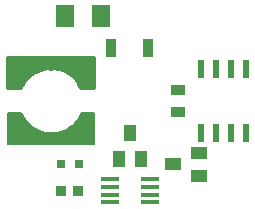
<source format=gtp>
G75*
%MOIN*%
%OFA0B0*%
%FSLAX25Y25*%
%IPPOS*%
%LPD*%
%AMOC8*
5,1,8,0,0,1.08239X$1,22.5*
%
%ADD10R,0.05118X0.03543*%
%ADD11R,0.02165X0.05906*%
%ADD12R,0.03937X0.05512*%
%ADD13R,0.05000X0.05000*%
%ADD14C,0.01200*%
%ADD15C,0.00160*%
%ADD16C,0.00500*%
%ADD17R,0.06299X0.07480*%
%ADD18R,0.03543X0.06299*%
%ADD19R,0.06299X0.01181*%
%ADD20R,0.03740X0.03740*%
%ADD21R,0.03150X0.03150*%
%ADD22R,0.05512X0.03937*%
D10*
X0062850Y0044110D03*
X0062850Y0051590D03*
D11*
X0070350Y0058480D03*
X0075350Y0058480D03*
X0080350Y0058480D03*
X0085350Y0058480D03*
X0085350Y0037220D03*
X0080350Y0037220D03*
X0075350Y0037220D03*
X0070350Y0037220D03*
D12*
X0050340Y0028519D03*
X0042860Y0028519D03*
X0046600Y0037181D03*
D13*
X0008539Y0036039D03*
X0008539Y0059661D03*
D14*
X0005980Y0059180D02*
X0034720Y0059180D01*
X0034720Y0057982D02*
X0025255Y0057982D01*
X0025471Y0057903D02*
X0024241Y0058349D01*
X0022956Y0058597D01*
X0021649Y0058641D01*
X0020350Y0058480D01*
X0019044Y0058688D01*
X0017721Y0058680D01*
X0016418Y0058454D01*
X0015169Y0058018D01*
X0014009Y0057383D01*
X0012969Y0056566D01*
X0012077Y0055589D01*
X0011357Y0054479D01*
X0010829Y0053267D01*
X0010507Y0051984D01*
X0005980Y0051984D01*
X0005980Y0062220D01*
X0034720Y0062220D01*
X0034720Y0051984D01*
X0030193Y0051984D01*
X0029830Y0053241D01*
X0029276Y0054426D01*
X0028542Y0055510D01*
X0027649Y0056466D01*
X0026617Y0057270D01*
X0025471Y0057903D01*
X0027242Y0056783D02*
X0034720Y0056783D01*
X0034720Y0055584D02*
X0028473Y0055584D01*
X0029295Y0054386D02*
X0034720Y0054386D01*
X0034720Y0053187D02*
X0029846Y0053187D01*
X0030191Y0051989D02*
X0034720Y0051989D01*
X0034720Y0060379D02*
X0005980Y0060379D01*
X0005980Y0061577D02*
X0034720Y0061577D01*
X0015103Y0057982D02*
X0005980Y0057982D01*
X0005980Y0056783D02*
X0013246Y0056783D01*
X0012074Y0055584D02*
X0005980Y0055584D01*
X0005980Y0054386D02*
X0011317Y0054386D01*
X0010809Y0053187D02*
X0005980Y0053187D01*
X0005980Y0051989D02*
X0010509Y0051989D01*
D15*
X0009246Y0043207D02*
X0010573Y0043765D01*
X0010678Y0043527D01*
X0010790Y0043292D01*
X0010906Y0043060D01*
X0011029Y0042831D01*
X0011157Y0042605D01*
X0011291Y0042382D01*
X0011430Y0042162D01*
X0011574Y0041946D01*
X0011724Y0041733D01*
X0011878Y0041524D01*
X0012038Y0041319D01*
X0012203Y0041118D01*
X0012372Y0040921D01*
X0012546Y0040728D01*
X0012725Y0040540D01*
X0012909Y0040356D01*
X0013097Y0040176D01*
X0013289Y0040001D01*
X0013486Y0039831D01*
X0013686Y0039666D01*
X0013891Y0039505D01*
X0014099Y0039350D01*
X0014311Y0039200D01*
X0014527Y0039054D01*
X0014746Y0038915D01*
X0014968Y0038780D01*
X0015194Y0038652D01*
X0015423Y0038528D01*
X0015655Y0038410D01*
X0015889Y0038298D01*
X0016126Y0038192D01*
X0016366Y0038092D01*
X0016608Y0037997D01*
X0016853Y0037908D01*
X0017099Y0037826D01*
X0017347Y0037749D01*
X0017598Y0037679D01*
X0017849Y0037614D01*
X0018103Y0037556D01*
X0018357Y0037504D01*
X0018613Y0037458D01*
X0018870Y0037418D01*
X0019128Y0037385D01*
X0019387Y0037358D01*
X0019646Y0037337D01*
X0019905Y0037323D01*
X0020165Y0037315D01*
X0020425Y0037313D01*
X0020685Y0037318D01*
X0020944Y0037329D01*
X0021204Y0037346D01*
X0021463Y0037370D01*
X0021721Y0037400D01*
X0021978Y0037436D01*
X0022235Y0037478D01*
X0022490Y0037527D01*
X0022744Y0037582D01*
X0022997Y0037643D01*
X0023248Y0037710D01*
X0023497Y0037784D01*
X0023745Y0037863D01*
X0023990Y0037949D01*
X0024233Y0038040D01*
X0024475Y0038137D01*
X0024713Y0038240D01*
X0024949Y0038349D01*
X0025182Y0038464D01*
X0025413Y0038584D01*
X0025640Y0038710D01*
X0025864Y0038842D01*
X0026085Y0038978D01*
X0026303Y0039121D01*
X0026517Y0039268D01*
X0026727Y0039421D01*
X0026934Y0039578D01*
X0027137Y0039741D01*
X0027335Y0039909D01*
X0027530Y0040081D01*
X0027720Y0040258D01*
X0027906Y0040440D01*
X0028088Y0040626D01*
X0028264Y0040817D01*
X0028437Y0041011D01*
X0028604Y0041210D01*
X0028766Y0041413D01*
X0028924Y0041620D01*
X0029076Y0041831D01*
X0029223Y0042045D01*
X0029365Y0042263D01*
X0029501Y0042484D01*
X0029633Y0042708D01*
X0029758Y0042936D01*
X0029878Y0043167D01*
X0029992Y0043400D01*
X0030101Y0043636D01*
X0030204Y0043875D01*
X0031537Y0043332D01*
X0031421Y0043060D01*
X0031298Y0042792D01*
X0031168Y0042527D01*
X0031032Y0042265D01*
X0030890Y0042006D01*
X0030741Y0041751D01*
X0030586Y0041499D01*
X0030425Y0041252D01*
X0030258Y0041008D01*
X0030085Y0040769D01*
X0029907Y0040534D01*
X0029722Y0040303D01*
X0029532Y0040077D01*
X0029337Y0039856D01*
X0029136Y0039639D01*
X0028930Y0039428D01*
X0028719Y0039221D01*
X0028503Y0039020D01*
X0028282Y0038824D01*
X0028057Y0038633D01*
X0027827Y0038448D01*
X0027592Y0038269D01*
X0027353Y0038096D01*
X0027110Y0037928D01*
X0026863Y0037766D01*
X0026612Y0037611D01*
X0026357Y0037461D01*
X0026099Y0037318D01*
X0025837Y0037181D01*
X0025572Y0037051D01*
X0025304Y0036927D01*
X0025033Y0036810D01*
X0024759Y0036699D01*
X0024483Y0036595D01*
X0024204Y0036498D01*
X0023923Y0036408D01*
X0023640Y0036325D01*
X0023355Y0036248D01*
X0023068Y0036179D01*
X0022779Y0036116D01*
X0022489Y0036061D01*
X0022198Y0036013D01*
X0021905Y0035971D01*
X0021612Y0035937D01*
X0021318Y0035911D01*
X0021023Y0035891D01*
X0020728Y0035878D01*
X0020433Y0035873D01*
X0020138Y0035875D01*
X0019843Y0035884D01*
X0019548Y0035901D01*
X0019253Y0035924D01*
X0018960Y0035955D01*
X0018667Y0035993D01*
X0018375Y0036038D01*
X0018084Y0036090D01*
X0017795Y0036149D01*
X0017507Y0036215D01*
X0017221Y0036289D01*
X0016937Y0036369D01*
X0016655Y0036456D01*
X0016375Y0036550D01*
X0016098Y0036651D01*
X0015823Y0036758D01*
X0015550Y0036872D01*
X0015281Y0036993D01*
X0015014Y0037121D01*
X0014751Y0037254D01*
X0014491Y0037395D01*
X0014235Y0037541D01*
X0013982Y0037694D01*
X0013733Y0037853D01*
X0013488Y0038018D01*
X0013248Y0038188D01*
X0013011Y0038365D01*
X0012779Y0038547D01*
X0012551Y0038735D01*
X0012328Y0038929D01*
X0012110Y0039128D01*
X0011896Y0039332D01*
X0011688Y0039541D01*
X0011485Y0039755D01*
X0011287Y0039975D01*
X0011095Y0040199D01*
X0010908Y0040427D01*
X0010726Y0040660D01*
X0010551Y0040898D01*
X0010381Y0041139D01*
X0010217Y0041385D01*
X0010060Y0041635D01*
X0009908Y0041888D01*
X0009763Y0042145D01*
X0009624Y0042406D01*
X0009491Y0042669D01*
X0009365Y0042936D01*
X0009245Y0043206D01*
X0009385Y0043265D01*
X0009503Y0042998D01*
X0009627Y0042735D01*
X0009758Y0042474D01*
X0009896Y0042217D01*
X0010039Y0041963D01*
X0010189Y0041713D01*
X0010344Y0041466D01*
X0010506Y0041224D01*
X0010674Y0040985D01*
X0010847Y0040751D01*
X0011026Y0040521D01*
X0011211Y0040295D01*
X0011401Y0040074D01*
X0011596Y0039857D01*
X0011797Y0039646D01*
X0012002Y0039439D01*
X0012213Y0039238D01*
X0012429Y0039041D01*
X0012649Y0038850D01*
X0012874Y0038665D01*
X0013103Y0038485D01*
X0013337Y0038310D01*
X0013575Y0038142D01*
X0013817Y0037979D01*
X0014062Y0037822D01*
X0014312Y0037671D01*
X0014565Y0037526D01*
X0014822Y0037388D01*
X0015082Y0037256D01*
X0015345Y0037130D01*
X0015611Y0037011D01*
X0015880Y0036898D01*
X0016151Y0036792D01*
X0016425Y0036692D01*
X0016702Y0036600D01*
X0016980Y0036514D01*
X0017261Y0036434D01*
X0017543Y0036362D01*
X0017827Y0036297D01*
X0018113Y0036238D01*
X0018400Y0036187D01*
X0018688Y0036142D01*
X0018977Y0036105D01*
X0019267Y0036075D01*
X0019558Y0036051D01*
X0019849Y0036035D01*
X0020141Y0036026D01*
X0020432Y0036024D01*
X0020724Y0036029D01*
X0021015Y0036042D01*
X0021306Y0036061D01*
X0021596Y0036088D01*
X0021886Y0036121D01*
X0022175Y0036162D01*
X0022462Y0036210D01*
X0022749Y0036264D01*
X0023034Y0036326D01*
X0023317Y0036394D01*
X0023599Y0036470D01*
X0023878Y0036552D01*
X0024156Y0036641D01*
X0024431Y0036737D01*
X0024704Y0036840D01*
X0024975Y0036949D01*
X0025242Y0037065D01*
X0025507Y0037187D01*
X0025768Y0037316D01*
X0026027Y0037451D01*
X0026282Y0037592D01*
X0026533Y0037740D01*
X0026781Y0037893D01*
X0027025Y0038053D01*
X0027265Y0038218D01*
X0027501Y0038390D01*
X0027733Y0038567D01*
X0027960Y0038749D01*
X0028183Y0038938D01*
X0028401Y0039131D01*
X0028614Y0039330D01*
X0028823Y0039534D01*
X0029026Y0039743D01*
X0029224Y0039956D01*
X0029417Y0040175D01*
X0029605Y0040398D01*
X0029787Y0040626D01*
X0029963Y0040858D01*
X0030134Y0041095D01*
X0030299Y0041335D01*
X0030458Y0041579D01*
X0030611Y0041828D01*
X0030758Y0042080D01*
X0030898Y0042335D01*
X0031033Y0042594D01*
X0031161Y0042856D01*
X0031282Y0043121D01*
X0031398Y0043389D01*
X0031258Y0043446D01*
X0031144Y0043181D01*
X0031024Y0042919D01*
X0030898Y0042661D01*
X0030765Y0042405D01*
X0030626Y0042153D01*
X0030481Y0041905D01*
X0030330Y0041660D01*
X0030173Y0041418D01*
X0030010Y0041181D01*
X0029842Y0040947D01*
X0029667Y0040718D01*
X0029488Y0040493D01*
X0029302Y0040273D01*
X0029112Y0040057D01*
X0028916Y0039846D01*
X0028715Y0039640D01*
X0028510Y0039439D01*
X0028299Y0039242D01*
X0028084Y0039051D01*
X0027864Y0038866D01*
X0027639Y0038685D01*
X0027411Y0038511D01*
X0027178Y0038341D01*
X0026941Y0038178D01*
X0026700Y0038020D01*
X0026455Y0037869D01*
X0026207Y0037723D01*
X0025955Y0037584D01*
X0025700Y0037450D01*
X0025442Y0037323D01*
X0025180Y0037203D01*
X0024916Y0037088D01*
X0024649Y0036981D01*
X0024380Y0036879D01*
X0024108Y0036785D01*
X0023834Y0036697D01*
X0023558Y0036615D01*
X0023279Y0036541D01*
X0023000Y0036473D01*
X0022718Y0036412D01*
X0022436Y0036358D01*
X0022152Y0036311D01*
X0021867Y0036271D01*
X0021581Y0036238D01*
X0021294Y0036212D01*
X0021007Y0036192D01*
X0020719Y0036180D01*
X0020431Y0036175D01*
X0020143Y0036177D01*
X0019856Y0036186D01*
X0019568Y0036202D01*
X0019281Y0036225D01*
X0018995Y0036255D01*
X0018710Y0036292D01*
X0018425Y0036336D01*
X0018142Y0036386D01*
X0017860Y0036444D01*
X0017579Y0036509D01*
X0017300Y0036580D01*
X0017023Y0036658D01*
X0016748Y0036743D01*
X0016475Y0036835D01*
X0016205Y0036933D01*
X0015937Y0037038D01*
X0015671Y0037149D01*
X0015408Y0037267D01*
X0015149Y0037391D01*
X0014892Y0037522D01*
X0014639Y0037658D01*
X0014389Y0037801D01*
X0014142Y0037950D01*
X0013900Y0038105D01*
X0013661Y0038265D01*
X0013426Y0038432D01*
X0013195Y0038604D01*
X0012969Y0038782D01*
X0012747Y0038965D01*
X0012529Y0039154D01*
X0012317Y0039348D01*
X0012109Y0039547D01*
X0011906Y0039751D01*
X0011707Y0039959D01*
X0011515Y0040173D01*
X0011327Y0040391D01*
X0011145Y0040614D01*
X0010968Y0040841D01*
X0010797Y0041073D01*
X0010631Y0041308D01*
X0010472Y0041548D01*
X0010318Y0041791D01*
X0010170Y0042038D01*
X0010028Y0042289D01*
X0009893Y0042543D01*
X0009763Y0042800D01*
X0009640Y0043060D01*
X0009524Y0043323D01*
X0009663Y0043382D01*
X0009778Y0043122D01*
X0009900Y0042865D01*
X0010027Y0042611D01*
X0010161Y0042361D01*
X0010301Y0042113D01*
X0010447Y0041870D01*
X0010599Y0041629D01*
X0010756Y0041393D01*
X0010920Y0041160D01*
X0011089Y0040932D01*
X0011263Y0040708D01*
X0011443Y0040488D01*
X0011628Y0040272D01*
X0011819Y0040061D01*
X0012014Y0039855D01*
X0012215Y0039654D01*
X0012420Y0039458D01*
X0012630Y0039266D01*
X0012845Y0039080D01*
X0013064Y0038899D01*
X0013288Y0038724D01*
X0013515Y0038554D01*
X0013747Y0038389D01*
X0013983Y0038231D01*
X0014223Y0038078D01*
X0014466Y0037931D01*
X0014712Y0037790D01*
X0014963Y0037655D01*
X0015216Y0037526D01*
X0015472Y0037404D01*
X0015732Y0037288D01*
X0015994Y0037178D01*
X0016258Y0037074D01*
X0016525Y0036977D01*
X0016795Y0036887D01*
X0017066Y0036803D01*
X0017340Y0036726D01*
X0017615Y0036655D01*
X0017892Y0036592D01*
X0018170Y0036535D01*
X0018450Y0036485D01*
X0018731Y0036441D01*
X0019013Y0036405D01*
X0019295Y0036375D01*
X0019579Y0036353D01*
X0019862Y0036337D01*
X0020146Y0036328D01*
X0020430Y0036326D01*
X0020715Y0036331D01*
X0020998Y0036343D01*
X0021282Y0036362D01*
X0021565Y0036388D01*
X0021847Y0036421D01*
X0022129Y0036460D01*
X0022409Y0036507D01*
X0022688Y0036560D01*
X0022966Y0036620D01*
X0023242Y0036687D01*
X0023516Y0036761D01*
X0023789Y0036841D01*
X0024060Y0036928D01*
X0024328Y0037021D01*
X0024594Y0037121D01*
X0024857Y0037228D01*
X0025118Y0037340D01*
X0025376Y0037459D01*
X0025631Y0037585D01*
X0025883Y0037716D01*
X0026132Y0037854D01*
X0026377Y0037998D01*
X0026618Y0038148D01*
X0026856Y0038303D01*
X0027090Y0038464D01*
X0027320Y0038631D01*
X0027546Y0038804D01*
X0027767Y0038982D01*
X0027984Y0039165D01*
X0028197Y0039354D01*
X0028405Y0039547D01*
X0028608Y0039746D01*
X0028806Y0039950D01*
X0029000Y0040158D01*
X0029188Y0040371D01*
X0029370Y0040589D01*
X0029548Y0040810D01*
X0029720Y0041037D01*
X0029886Y0041267D01*
X0030047Y0041501D01*
X0030202Y0041740D01*
X0030351Y0041981D01*
X0030494Y0042227D01*
X0030631Y0042476D01*
X0030762Y0042728D01*
X0030887Y0042983D01*
X0031006Y0043241D01*
X0031118Y0043503D01*
X0030978Y0043560D01*
X0030867Y0043302D01*
X0030750Y0043047D01*
X0030627Y0042795D01*
X0030498Y0042546D01*
X0030362Y0042301D01*
X0030221Y0042058D01*
X0030074Y0041820D01*
X0029921Y0041585D01*
X0029762Y0041353D01*
X0029598Y0041126D01*
X0029428Y0040903D01*
X0029253Y0040684D01*
X0029073Y0040469D01*
X0028887Y0040259D01*
X0028696Y0040053D01*
X0028501Y0039852D01*
X0028300Y0039656D01*
X0028095Y0039465D01*
X0027885Y0039279D01*
X0027671Y0039098D01*
X0027452Y0038922D01*
X0027229Y0038752D01*
X0027002Y0038587D01*
X0026771Y0038428D01*
X0026537Y0038275D01*
X0026298Y0038127D01*
X0026056Y0037985D01*
X0025811Y0037849D01*
X0025562Y0037719D01*
X0025311Y0037596D01*
X0025056Y0037478D01*
X0024799Y0037367D01*
X0024539Y0037262D01*
X0024276Y0037163D01*
X0024011Y0037071D01*
X0023744Y0036985D01*
X0023475Y0036906D01*
X0023204Y0036833D01*
X0022932Y0036767D01*
X0022658Y0036708D01*
X0022382Y0036655D01*
X0022106Y0036610D01*
X0021828Y0036570D01*
X0021549Y0036538D01*
X0021270Y0036513D01*
X0020990Y0036494D01*
X0020710Y0036482D01*
X0020430Y0036477D01*
X0020149Y0036479D01*
X0019869Y0036488D01*
X0019589Y0036503D01*
X0019309Y0036526D01*
X0019030Y0036555D01*
X0018752Y0036591D01*
X0018475Y0036633D01*
X0018199Y0036683D01*
X0017924Y0036739D01*
X0017651Y0036802D01*
X0017379Y0036872D01*
X0017109Y0036948D01*
X0016841Y0037031D01*
X0016575Y0037120D01*
X0016312Y0037215D01*
X0016051Y0037318D01*
X0015792Y0037426D01*
X0015536Y0037541D01*
X0015283Y0037662D01*
X0015033Y0037789D01*
X0014786Y0037922D01*
X0014543Y0038061D01*
X0014303Y0038206D01*
X0014066Y0038357D01*
X0013833Y0038513D01*
X0013605Y0038676D01*
X0013380Y0038843D01*
X0013159Y0039016D01*
X0012943Y0039195D01*
X0012731Y0039379D01*
X0012524Y0039567D01*
X0012321Y0039761D01*
X0012123Y0039960D01*
X0011930Y0040163D01*
X0011742Y0040372D01*
X0011559Y0040584D01*
X0011382Y0040801D01*
X0011209Y0041023D01*
X0011043Y0041248D01*
X0010881Y0041478D01*
X0010726Y0041711D01*
X0010576Y0041948D01*
X0010432Y0042189D01*
X0010294Y0042433D01*
X0010162Y0042680D01*
X0010036Y0042931D01*
X0009916Y0043184D01*
X0009802Y0043441D01*
X0009941Y0043499D01*
X0010054Y0043246D01*
X0010172Y0042996D01*
X0010296Y0042749D01*
X0010427Y0042505D01*
X0010563Y0042264D01*
X0010705Y0042026D01*
X0010853Y0041792D01*
X0011007Y0041562D01*
X0011166Y0041336D01*
X0011330Y0041113D01*
X0011500Y0040895D01*
X0011676Y0040681D01*
X0011856Y0040471D01*
X0012041Y0040265D01*
X0012232Y0040065D01*
X0012427Y0039869D01*
X0012627Y0039677D01*
X0012832Y0039491D01*
X0013041Y0039310D01*
X0013254Y0039134D01*
X0013472Y0038963D01*
X0013694Y0038797D01*
X0013920Y0038637D01*
X0014149Y0038483D01*
X0014383Y0038334D01*
X0014620Y0038191D01*
X0014860Y0038054D01*
X0015103Y0037922D01*
X0015350Y0037797D01*
X0015600Y0037678D01*
X0015852Y0037564D01*
X0016108Y0037457D01*
X0016365Y0037357D01*
X0016625Y0037262D01*
X0016888Y0037174D01*
X0017152Y0037093D01*
X0017419Y0037017D01*
X0017687Y0036949D01*
X0017956Y0036887D01*
X0018228Y0036831D01*
X0018500Y0036782D01*
X0018773Y0036740D01*
X0019048Y0036705D01*
X0019323Y0036676D01*
X0019599Y0036654D01*
X0019875Y0036639D01*
X0020152Y0036630D01*
X0020429Y0036628D01*
X0020705Y0036633D01*
X0020982Y0036645D01*
X0021258Y0036663D01*
X0021534Y0036688D01*
X0021809Y0036720D01*
X0022083Y0036759D01*
X0022356Y0036804D01*
X0022627Y0036856D01*
X0022898Y0036914D01*
X0023167Y0036980D01*
X0023434Y0037051D01*
X0023700Y0037129D01*
X0023963Y0037214D01*
X0024225Y0037305D01*
X0024484Y0037402D01*
X0024740Y0037506D01*
X0024994Y0037616D01*
X0025245Y0037732D01*
X0025494Y0037854D01*
X0025739Y0037982D01*
X0025981Y0038116D01*
X0026220Y0038256D01*
X0026455Y0038402D01*
X0026687Y0038553D01*
X0026915Y0038710D01*
X0027139Y0038873D01*
X0027359Y0039041D01*
X0027574Y0039214D01*
X0027786Y0039393D01*
X0027993Y0039576D01*
X0028195Y0039765D01*
X0028393Y0039958D01*
X0028586Y0040157D01*
X0028775Y0040359D01*
X0028958Y0040567D01*
X0029136Y0040779D01*
X0029309Y0040995D01*
X0029476Y0041215D01*
X0029638Y0041440D01*
X0029795Y0041668D01*
X0029946Y0041900D01*
X0030091Y0042135D01*
X0030231Y0042374D01*
X0030364Y0042617D01*
X0030492Y0042862D01*
X0030613Y0043111D01*
X0030729Y0043362D01*
X0030838Y0043616D01*
X0030698Y0043673D01*
X0030590Y0043423D01*
X0030476Y0043175D01*
X0030356Y0042929D01*
X0030231Y0042687D01*
X0030099Y0042448D01*
X0029961Y0042212D01*
X0029818Y0041980D01*
X0029669Y0041751D01*
X0029514Y0041526D01*
X0029354Y0041304D01*
X0029189Y0041087D01*
X0029019Y0040874D01*
X0028843Y0040665D01*
X0028662Y0040460D01*
X0028476Y0040260D01*
X0028286Y0040064D01*
X0028091Y0039874D01*
X0027891Y0039688D01*
X0027687Y0039506D01*
X0027478Y0039330D01*
X0027265Y0039159D01*
X0027048Y0038994D01*
X0026827Y0038833D01*
X0026602Y0038678D01*
X0026374Y0038529D01*
X0026142Y0038385D01*
X0025906Y0038247D01*
X0025667Y0038115D01*
X0025425Y0037988D01*
X0025180Y0037868D01*
X0024932Y0037753D01*
X0024682Y0037645D01*
X0024428Y0037543D01*
X0024173Y0037447D01*
X0023915Y0037357D01*
X0023655Y0037274D01*
X0023393Y0037196D01*
X0023129Y0037126D01*
X0022864Y0037062D01*
X0022597Y0037004D01*
X0022329Y0036953D01*
X0022060Y0036908D01*
X0021789Y0036870D01*
X0021518Y0036839D01*
X0021246Y0036814D01*
X0020974Y0036796D01*
X0020701Y0036784D01*
X0020428Y0036779D01*
X0020155Y0036781D01*
X0019882Y0036789D01*
X0019609Y0036805D01*
X0019337Y0036826D01*
X0019066Y0036855D01*
X0018795Y0036890D01*
X0018525Y0036931D01*
X0018256Y0036979D01*
X0017989Y0037034D01*
X0017723Y0037095D01*
X0017458Y0037163D01*
X0017195Y0037237D01*
X0016934Y0037318D01*
X0016676Y0037405D01*
X0016419Y0037498D01*
X0016165Y0037597D01*
X0015913Y0037703D01*
X0015664Y0037814D01*
X0015417Y0037932D01*
X0015174Y0038056D01*
X0014934Y0038185D01*
X0014696Y0038321D01*
X0014463Y0038462D01*
X0014233Y0038609D01*
X0014006Y0038761D01*
X0013783Y0038919D01*
X0013564Y0039082D01*
X0013350Y0039251D01*
X0013139Y0039425D01*
X0012933Y0039603D01*
X0012731Y0039787D01*
X0012533Y0039976D01*
X0012341Y0040169D01*
X0012153Y0040368D01*
X0011970Y0040570D01*
X0011792Y0040777D01*
X0011619Y0040988D01*
X0011451Y0041204D01*
X0011289Y0041423D01*
X0011132Y0041647D01*
X0010980Y0041874D01*
X0010834Y0042105D01*
X0010694Y0042339D01*
X0010559Y0042577D01*
X0010431Y0042817D01*
X0010308Y0043061D01*
X0010191Y0043308D01*
X0010081Y0043558D01*
X0010220Y0043616D01*
X0010329Y0043370D01*
X0010444Y0043127D01*
X0010565Y0042886D01*
X0010692Y0042648D01*
X0010825Y0042414D01*
X0010963Y0042183D01*
X0011107Y0041955D01*
X0011257Y0041731D01*
X0011412Y0041511D01*
X0011572Y0041294D01*
X0011737Y0041082D01*
X0011908Y0040874D01*
X0012084Y0040669D01*
X0012264Y0040470D01*
X0012449Y0040274D01*
X0012640Y0040083D01*
X0012834Y0039897D01*
X0013033Y0039716D01*
X0013237Y0039540D01*
X0013445Y0039368D01*
X0013657Y0039202D01*
X0013873Y0039041D01*
X0014092Y0038885D01*
X0014316Y0038735D01*
X0014543Y0038590D01*
X0014773Y0038451D01*
X0015007Y0038317D01*
X0015244Y0038189D01*
X0015484Y0038067D01*
X0015727Y0037951D01*
X0015973Y0037841D01*
X0016222Y0037737D01*
X0016472Y0037639D01*
X0016726Y0037547D01*
X0016981Y0037461D01*
X0017238Y0037382D01*
X0017498Y0037309D01*
X0017758Y0037242D01*
X0018021Y0037182D01*
X0018285Y0037128D01*
X0018550Y0037080D01*
X0018816Y0037039D01*
X0019083Y0037005D01*
X0019351Y0036977D01*
X0019620Y0036955D01*
X0019888Y0036940D01*
X0020158Y0036932D01*
X0020427Y0036930D01*
X0020696Y0036935D01*
X0020965Y0036946D01*
X0021234Y0036964D01*
X0021502Y0036989D01*
X0021770Y0037020D01*
X0022037Y0037057D01*
X0022302Y0037101D01*
X0022567Y0037152D01*
X0022830Y0037209D01*
X0023092Y0037272D01*
X0023352Y0037342D01*
X0023610Y0037418D01*
X0023867Y0037500D01*
X0024121Y0037589D01*
X0024373Y0037683D01*
X0024623Y0037784D01*
X0024870Y0037891D01*
X0025115Y0038004D01*
X0025357Y0038123D01*
X0025595Y0038248D01*
X0025831Y0038378D01*
X0026063Y0038514D01*
X0026292Y0038656D01*
X0026518Y0038803D01*
X0026739Y0038956D01*
X0026957Y0039114D01*
X0027171Y0039278D01*
X0027381Y0039446D01*
X0027587Y0039620D01*
X0027789Y0039799D01*
X0027986Y0039982D01*
X0028179Y0040171D01*
X0028366Y0040364D01*
X0028550Y0040561D01*
X0028728Y0040763D01*
X0028901Y0040969D01*
X0029070Y0041179D01*
X0029233Y0041394D01*
X0029390Y0041612D01*
X0029543Y0041834D01*
X0029690Y0042060D01*
X0029831Y0042289D01*
X0029967Y0042522D01*
X0030097Y0042757D01*
X0030221Y0042996D01*
X0030340Y0043238D01*
X0030452Y0043483D01*
X0030559Y0043730D01*
X0030419Y0043787D01*
X0030314Y0043543D01*
X0030203Y0043302D01*
X0030086Y0043064D01*
X0029963Y0042828D01*
X0029835Y0042595D01*
X0029701Y0042366D01*
X0029562Y0042140D01*
X0029417Y0041917D01*
X0029266Y0041698D01*
X0029111Y0041483D01*
X0028950Y0041272D01*
X0028784Y0041064D01*
X0028613Y0040861D01*
X0028437Y0040662D01*
X0028257Y0040467D01*
X0028071Y0040277D01*
X0027881Y0040091D01*
X0027687Y0039910D01*
X0027488Y0039734D01*
X0027285Y0039563D01*
X0027078Y0039396D01*
X0026867Y0039235D01*
X0026652Y0039079D01*
X0026433Y0038928D01*
X0026211Y0038783D01*
X0025985Y0038643D01*
X0025756Y0038509D01*
X0025523Y0038380D01*
X0025288Y0038257D01*
X0025049Y0038140D01*
X0024808Y0038029D01*
X0024565Y0037923D01*
X0024318Y0037824D01*
X0024070Y0037731D01*
X0023819Y0037643D01*
X0023566Y0037562D01*
X0023311Y0037487D01*
X0023054Y0037418D01*
X0022796Y0037356D01*
X0022537Y0037300D01*
X0022276Y0037250D01*
X0022014Y0037207D01*
X0021751Y0037170D01*
X0021487Y0037139D01*
X0021222Y0037115D01*
X0020957Y0037097D01*
X0020692Y0037086D01*
X0020426Y0037081D01*
X0020161Y0037083D01*
X0019895Y0037091D01*
X0019630Y0037106D01*
X0019365Y0037127D01*
X0019101Y0037155D01*
X0018837Y0037189D01*
X0018575Y0037229D01*
X0018313Y0037276D01*
X0018053Y0037329D01*
X0017794Y0037389D01*
X0017537Y0037455D01*
X0017281Y0037527D01*
X0017028Y0037605D01*
X0016776Y0037690D01*
X0016526Y0037780D01*
X0016279Y0037877D01*
X0016034Y0037980D01*
X0015791Y0038088D01*
X0015552Y0038203D01*
X0015315Y0038323D01*
X0015081Y0038449D01*
X0014850Y0038581D01*
X0014623Y0038718D01*
X0014399Y0038861D01*
X0014179Y0039009D01*
X0013962Y0039163D01*
X0013749Y0039321D01*
X0013540Y0039485D01*
X0013335Y0039654D01*
X0013134Y0039828D01*
X0012938Y0040007D01*
X0012746Y0040191D01*
X0012558Y0040379D01*
X0012375Y0040572D01*
X0012197Y0040769D01*
X0012024Y0040970D01*
X0011856Y0041176D01*
X0011693Y0041385D01*
X0011535Y0041599D01*
X0011382Y0041816D01*
X0011234Y0042037D01*
X0011092Y0042261D01*
X0010956Y0042489D01*
X0010825Y0042720D01*
X0010700Y0042955D01*
X0010580Y0043192D01*
X0010467Y0043432D01*
X0010359Y0043675D01*
X0010498Y0043733D01*
X0010604Y0043494D01*
X0010716Y0043257D01*
X0010834Y0043023D01*
X0010958Y0042792D01*
X0011087Y0042564D01*
X0011221Y0042340D01*
X0011362Y0042118D01*
X0011507Y0041900D01*
X0011658Y0041686D01*
X0011813Y0041476D01*
X0011974Y0041269D01*
X0012140Y0041066D01*
X0012311Y0040868D01*
X0012487Y0040674D01*
X0012667Y0040484D01*
X0012852Y0040298D01*
X0013041Y0040117D01*
X0013235Y0039941D01*
X0013433Y0039769D01*
X0013635Y0039603D01*
X0013841Y0039441D01*
X0014051Y0039284D01*
X0014265Y0039133D01*
X0014482Y0038987D01*
X0014703Y0038846D01*
X0014927Y0038711D01*
X0015155Y0038581D01*
X0015385Y0038457D01*
X0015619Y0038338D01*
X0015855Y0038225D01*
X0016094Y0038118D01*
X0016336Y0038017D01*
X0016580Y0037921D01*
X0016826Y0037832D01*
X0017074Y0037749D01*
X0017324Y0037671D01*
X0017576Y0037600D01*
X0017830Y0037535D01*
X0018085Y0037477D01*
X0018342Y0037424D01*
X0018600Y0037378D01*
X0018859Y0037338D01*
X0019119Y0037305D01*
X0019379Y0037277D01*
X0019640Y0037256D01*
X0019902Y0037242D01*
X0020163Y0037234D01*
X0020425Y0037232D01*
X0020687Y0037237D01*
X0020949Y0037248D01*
X0021210Y0037265D01*
X0021471Y0037289D01*
X0021731Y0037319D01*
X0021991Y0037356D01*
X0022249Y0037399D01*
X0022506Y0037448D01*
X0022762Y0037503D01*
X0023017Y0037565D01*
X0023270Y0037632D01*
X0023521Y0037706D01*
X0023771Y0037786D01*
X0024018Y0037872D01*
X0024263Y0037965D01*
X0024506Y0038063D01*
X0024746Y0038167D01*
X0024984Y0038276D01*
X0025219Y0038392D01*
X0025451Y0038513D01*
X0025681Y0038640D01*
X0025906Y0038772D01*
X0026129Y0038910D01*
X0026348Y0039054D01*
X0026564Y0039202D01*
X0026776Y0039356D01*
X0026984Y0039515D01*
X0027189Y0039679D01*
X0027389Y0039848D01*
X0027585Y0040021D01*
X0027776Y0040200D01*
X0027964Y0040383D01*
X0028147Y0040571D01*
X0028325Y0040763D01*
X0028498Y0040959D01*
X0028667Y0041159D01*
X0028830Y0041364D01*
X0028989Y0041572D01*
X0029142Y0041784D01*
X0029291Y0042000D01*
X0029434Y0042220D01*
X0029571Y0042443D01*
X0029703Y0042669D01*
X0029830Y0042898D01*
X0029951Y0043131D01*
X0030066Y0043366D01*
X0030175Y0043604D01*
X0030279Y0043844D01*
X0031454Y0052493D02*
X0030127Y0051935D01*
X0030022Y0052173D01*
X0029910Y0052408D01*
X0029794Y0052640D01*
X0029671Y0052869D01*
X0029543Y0053095D01*
X0029409Y0053318D01*
X0029270Y0053538D01*
X0029126Y0053754D01*
X0028976Y0053967D01*
X0028822Y0054176D01*
X0028662Y0054381D01*
X0028497Y0054582D01*
X0028328Y0054779D01*
X0028154Y0054972D01*
X0027975Y0055160D01*
X0027791Y0055344D01*
X0027603Y0055524D01*
X0027411Y0055699D01*
X0027214Y0055869D01*
X0027014Y0056034D01*
X0026809Y0056195D01*
X0026601Y0056350D01*
X0026389Y0056500D01*
X0026173Y0056646D01*
X0025954Y0056785D01*
X0025732Y0056920D01*
X0025506Y0057048D01*
X0025277Y0057172D01*
X0025045Y0057290D01*
X0024811Y0057402D01*
X0024574Y0057508D01*
X0024334Y0057608D01*
X0024092Y0057703D01*
X0023847Y0057792D01*
X0023601Y0057874D01*
X0023353Y0057951D01*
X0023102Y0058021D01*
X0022851Y0058086D01*
X0022597Y0058144D01*
X0022343Y0058196D01*
X0022087Y0058242D01*
X0021830Y0058282D01*
X0021572Y0058315D01*
X0021313Y0058342D01*
X0021054Y0058363D01*
X0020795Y0058377D01*
X0020535Y0058385D01*
X0020275Y0058387D01*
X0020015Y0058382D01*
X0019756Y0058371D01*
X0019496Y0058354D01*
X0019237Y0058330D01*
X0018979Y0058300D01*
X0018722Y0058264D01*
X0018465Y0058222D01*
X0018210Y0058173D01*
X0017956Y0058118D01*
X0017703Y0058057D01*
X0017452Y0057990D01*
X0017203Y0057916D01*
X0016955Y0057837D01*
X0016710Y0057751D01*
X0016467Y0057660D01*
X0016225Y0057563D01*
X0015987Y0057460D01*
X0015751Y0057351D01*
X0015518Y0057236D01*
X0015287Y0057116D01*
X0015060Y0056990D01*
X0014836Y0056858D01*
X0014615Y0056722D01*
X0014397Y0056579D01*
X0014183Y0056432D01*
X0013973Y0056279D01*
X0013766Y0056122D01*
X0013563Y0055959D01*
X0013365Y0055791D01*
X0013170Y0055619D01*
X0012980Y0055442D01*
X0012794Y0055260D01*
X0012612Y0055074D01*
X0012436Y0054883D01*
X0012263Y0054689D01*
X0012096Y0054490D01*
X0011934Y0054287D01*
X0011776Y0054080D01*
X0011624Y0053869D01*
X0011477Y0053655D01*
X0011335Y0053437D01*
X0011199Y0053216D01*
X0011067Y0052992D01*
X0010942Y0052764D01*
X0010822Y0052533D01*
X0010708Y0052300D01*
X0010599Y0052064D01*
X0010496Y0051825D01*
X0009163Y0052368D01*
X0009279Y0052640D01*
X0009402Y0052908D01*
X0009532Y0053173D01*
X0009668Y0053435D01*
X0009810Y0053694D01*
X0009959Y0053949D01*
X0010114Y0054201D01*
X0010275Y0054448D01*
X0010442Y0054692D01*
X0010615Y0054931D01*
X0010793Y0055166D01*
X0010978Y0055397D01*
X0011168Y0055623D01*
X0011363Y0055844D01*
X0011564Y0056061D01*
X0011770Y0056272D01*
X0011981Y0056479D01*
X0012197Y0056680D01*
X0012418Y0056876D01*
X0012643Y0057067D01*
X0012873Y0057252D01*
X0013108Y0057431D01*
X0013347Y0057604D01*
X0013590Y0057772D01*
X0013837Y0057934D01*
X0014088Y0058089D01*
X0014343Y0058239D01*
X0014601Y0058382D01*
X0014863Y0058519D01*
X0015128Y0058649D01*
X0015396Y0058773D01*
X0015667Y0058890D01*
X0015941Y0059001D01*
X0016217Y0059105D01*
X0016496Y0059202D01*
X0016777Y0059292D01*
X0017060Y0059375D01*
X0017345Y0059452D01*
X0017632Y0059521D01*
X0017921Y0059584D01*
X0018211Y0059639D01*
X0018502Y0059687D01*
X0018795Y0059729D01*
X0019088Y0059763D01*
X0019382Y0059789D01*
X0019677Y0059809D01*
X0019972Y0059822D01*
X0020267Y0059827D01*
X0020562Y0059825D01*
X0020857Y0059816D01*
X0021152Y0059799D01*
X0021447Y0059776D01*
X0021740Y0059745D01*
X0022033Y0059707D01*
X0022325Y0059662D01*
X0022616Y0059610D01*
X0022905Y0059551D01*
X0023193Y0059485D01*
X0023479Y0059411D01*
X0023763Y0059331D01*
X0024045Y0059244D01*
X0024325Y0059150D01*
X0024602Y0059049D01*
X0024877Y0058942D01*
X0025150Y0058828D01*
X0025419Y0058707D01*
X0025686Y0058579D01*
X0025949Y0058446D01*
X0026209Y0058305D01*
X0026465Y0058159D01*
X0026718Y0058006D01*
X0026967Y0057847D01*
X0027212Y0057682D01*
X0027452Y0057512D01*
X0027689Y0057335D01*
X0027921Y0057153D01*
X0028149Y0056965D01*
X0028372Y0056771D01*
X0028590Y0056572D01*
X0028804Y0056368D01*
X0029012Y0056159D01*
X0029215Y0055945D01*
X0029413Y0055725D01*
X0029605Y0055501D01*
X0029792Y0055273D01*
X0029974Y0055040D01*
X0030149Y0054802D01*
X0030319Y0054561D01*
X0030483Y0054315D01*
X0030640Y0054065D01*
X0030792Y0053812D01*
X0030937Y0053555D01*
X0031076Y0053294D01*
X0031209Y0053031D01*
X0031335Y0052764D01*
X0031455Y0052494D01*
X0031315Y0052435D01*
X0031197Y0052702D01*
X0031073Y0052965D01*
X0030942Y0053226D01*
X0030804Y0053483D01*
X0030661Y0053737D01*
X0030511Y0053987D01*
X0030356Y0054234D01*
X0030194Y0054476D01*
X0030026Y0054715D01*
X0029853Y0054949D01*
X0029674Y0055179D01*
X0029489Y0055405D01*
X0029299Y0055626D01*
X0029104Y0055843D01*
X0028903Y0056054D01*
X0028698Y0056261D01*
X0028487Y0056462D01*
X0028271Y0056659D01*
X0028051Y0056850D01*
X0027826Y0057035D01*
X0027597Y0057215D01*
X0027363Y0057390D01*
X0027125Y0057558D01*
X0026883Y0057721D01*
X0026638Y0057878D01*
X0026388Y0058029D01*
X0026135Y0058174D01*
X0025878Y0058312D01*
X0025618Y0058444D01*
X0025355Y0058570D01*
X0025089Y0058689D01*
X0024820Y0058802D01*
X0024549Y0058908D01*
X0024275Y0059008D01*
X0023998Y0059100D01*
X0023720Y0059186D01*
X0023439Y0059266D01*
X0023157Y0059338D01*
X0022873Y0059403D01*
X0022587Y0059462D01*
X0022300Y0059513D01*
X0022012Y0059558D01*
X0021723Y0059595D01*
X0021433Y0059625D01*
X0021142Y0059649D01*
X0020851Y0059665D01*
X0020559Y0059674D01*
X0020268Y0059676D01*
X0019976Y0059671D01*
X0019685Y0059658D01*
X0019394Y0059639D01*
X0019104Y0059612D01*
X0018814Y0059579D01*
X0018525Y0059538D01*
X0018238Y0059490D01*
X0017951Y0059436D01*
X0017666Y0059374D01*
X0017383Y0059306D01*
X0017101Y0059230D01*
X0016822Y0059148D01*
X0016544Y0059059D01*
X0016269Y0058963D01*
X0015996Y0058860D01*
X0015725Y0058751D01*
X0015458Y0058635D01*
X0015193Y0058513D01*
X0014932Y0058384D01*
X0014673Y0058249D01*
X0014418Y0058108D01*
X0014167Y0057960D01*
X0013919Y0057807D01*
X0013675Y0057647D01*
X0013435Y0057482D01*
X0013199Y0057310D01*
X0012967Y0057133D01*
X0012740Y0056951D01*
X0012517Y0056762D01*
X0012299Y0056569D01*
X0012086Y0056370D01*
X0011877Y0056166D01*
X0011674Y0055957D01*
X0011476Y0055744D01*
X0011283Y0055525D01*
X0011095Y0055302D01*
X0010913Y0055074D01*
X0010737Y0054842D01*
X0010566Y0054605D01*
X0010401Y0054365D01*
X0010242Y0054121D01*
X0010089Y0053872D01*
X0009942Y0053620D01*
X0009802Y0053365D01*
X0009667Y0053106D01*
X0009539Y0052844D01*
X0009418Y0052579D01*
X0009302Y0052311D01*
X0009442Y0052254D01*
X0009556Y0052519D01*
X0009676Y0052781D01*
X0009802Y0053039D01*
X0009935Y0053295D01*
X0010074Y0053547D01*
X0010219Y0053795D01*
X0010370Y0054040D01*
X0010527Y0054282D01*
X0010690Y0054519D01*
X0010858Y0054753D01*
X0011033Y0054982D01*
X0011212Y0055207D01*
X0011398Y0055427D01*
X0011588Y0055643D01*
X0011784Y0055854D01*
X0011985Y0056060D01*
X0012190Y0056261D01*
X0012401Y0056458D01*
X0012616Y0056649D01*
X0012836Y0056834D01*
X0013061Y0057015D01*
X0013289Y0057189D01*
X0013522Y0057359D01*
X0013759Y0057522D01*
X0014000Y0057680D01*
X0014245Y0057831D01*
X0014493Y0057977D01*
X0014745Y0058116D01*
X0015000Y0058250D01*
X0015258Y0058377D01*
X0015520Y0058497D01*
X0015784Y0058612D01*
X0016051Y0058719D01*
X0016320Y0058821D01*
X0016592Y0058915D01*
X0016866Y0059003D01*
X0017142Y0059085D01*
X0017421Y0059159D01*
X0017700Y0059227D01*
X0017982Y0059288D01*
X0018264Y0059342D01*
X0018548Y0059389D01*
X0018833Y0059429D01*
X0019119Y0059462D01*
X0019406Y0059488D01*
X0019693Y0059508D01*
X0019981Y0059520D01*
X0020269Y0059525D01*
X0020557Y0059523D01*
X0020844Y0059514D01*
X0021132Y0059498D01*
X0021419Y0059475D01*
X0021705Y0059445D01*
X0021990Y0059408D01*
X0022275Y0059364D01*
X0022558Y0059314D01*
X0022840Y0059256D01*
X0023121Y0059191D01*
X0023400Y0059120D01*
X0023677Y0059042D01*
X0023952Y0058957D01*
X0024225Y0058865D01*
X0024495Y0058767D01*
X0024763Y0058662D01*
X0025029Y0058551D01*
X0025292Y0058433D01*
X0025551Y0058309D01*
X0025808Y0058178D01*
X0026061Y0058042D01*
X0026311Y0057899D01*
X0026558Y0057750D01*
X0026800Y0057595D01*
X0027039Y0057435D01*
X0027274Y0057268D01*
X0027505Y0057096D01*
X0027731Y0056918D01*
X0027953Y0056735D01*
X0028171Y0056546D01*
X0028383Y0056352D01*
X0028591Y0056153D01*
X0028794Y0055949D01*
X0028993Y0055741D01*
X0029185Y0055527D01*
X0029373Y0055309D01*
X0029555Y0055086D01*
X0029732Y0054859D01*
X0029903Y0054627D01*
X0030069Y0054392D01*
X0030228Y0054152D01*
X0030382Y0053909D01*
X0030530Y0053662D01*
X0030672Y0053411D01*
X0030807Y0053157D01*
X0030937Y0052900D01*
X0031060Y0052640D01*
X0031176Y0052377D01*
X0031037Y0052318D01*
X0030922Y0052578D01*
X0030800Y0052835D01*
X0030673Y0053089D01*
X0030539Y0053339D01*
X0030399Y0053587D01*
X0030253Y0053830D01*
X0030101Y0054071D01*
X0029944Y0054307D01*
X0029780Y0054540D01*
X0029611Y0054768D01*
X0029437Y0054992D01*
X0029257Y0055212D01*
X0029072Y0055428D01*
X0028881Y0055639D01*
X0028686Y0055845D01*
X0028485Y0056046D01*
X0028280Y0056242D01*
X0028070Y0056434D01*
X0027855Y0056620D01*
X0027636Y0056801D01*
X0027412Y0056976D01*
X0027185Y0057146D01*
X0026953Y0057311D01*
X0026717Y0057469D01*
X0026477Y0057622D01*
X0026234Y0057769D01*
X0025988Y0057910D01*
X0025737Y0058045D01*
X0025484Y0058174D01*
X0025228Y0058296D01*
X0024968Y0058412D01*
X0024706Y0058522D01*
X0024442Y0058626D01*
X0024175Y0058723D01*
X0023905Y0058813D01*
X0023634Y0058897D01*
X0023360Y0058974D01*
X0023085Y0059045D01*
X0022808Y0059108D01*
X0022530Y0059165D01*
X0022250Y0059215D01*
X0021969Y0059259D01*
X0021687Y0059295D01*
X0021405Y0059325D01*
X0021121Y0059347D01*
X0020838Y0059363D01*
X0020554Y0059372D01*
X0020270Y0059374D01*
X0019985Y0059369D01*
X0019702Y0059357D01*
X0019418Y0059338D01*
X0019135Y0059312D01*
X0018853Y0059279D01*
X0018571Y0059240D01*
X0018291Y0059193D01*
X0018012Y0059140D01*
X0017734Y0059080D01*
X0017458Y0059013D01*
X0017184Y0058939D01*
X0016911Y0058859D01*
X0016640Y0058772D01*
X0016372Y0058679D01*
X0016106Y0058579D01*
X0015843Y0058472D01*
X0015582Y0058360D01*
X0015324Y0058241D01*
X0015069Y0058115D01*
X0014817Y0057984D01*
X0014568Y0057846D01*
X0014323Y0057702D01*
X0014082Y0057552D01*
X0013844Y0057397D01*
X0013610Y0057236D01*
X0013380Y0057069D01*
X0013154Y0056896D01*
X0012933Y0056718D01*
X0012716Y0056535D01*
X0012503Y0056346D01*
X0012295Y0056153D01*
X0012092Y0055954D01*
X0011894Y0055750D01*
X0011700Y0055542D01*
X0011512Y0055329D01*
X0011330Y0055111D01*
X0011152Y0054890D01*
X0010980Y0054663D01*
X0010814Y0054433D01*
X0010653Y0054199D01*
X0010498Y0053960D01*
X0010349Y0053719D01*
X0010206Y0053473D01*
X0010069Y0053224D01*
X0009938Y0052972D01*
X0009813Y0052717D01*
X0009694Y0052459D01*
X0009582Y0052197D01*
X0009722Y0052140D01*
X0009833Y0052398D01*
X0009950Y0052653D01*
X0010073Y0052905D01*
X0010202Y0053154D01*
X0010338Y0053399D01*
X0010479Y0053642D01*
X0010626Y0053880D01*
X0010779Y0054115D01*
X0010938Y0054347D01*
X0011102Y0054574D01*
X0011272Y0054797D01*
X0011447Y0055016D01*
X0011627Y0055231D01*
X0011813Y0055441D01*
X0012004Y0055647D01*
X0012199Y0055848D01*
X0012400Y0056044D01*
X0012605Y0056235D01*
X0012815Y0056421D01*
X0013029Y0056602D01*
X0013248Y0056778D01*
X0013471Y0056948D01*
X0013698Y0057113D01*
X0013929Y0057272D01*
X0014163Y0057425D01*
X0014402Y0057573D01*
X0014644Y0057715D01*
X0014889Y0057851D01*
X0015138Y0057981D01*
X0015389Y0058104D01*
X0015644Y0058222D01*
X0015901Y0058333D01*
X0016161Y0058438D01*
X0016424Y0058537D01*
X0016689Y0058629D01*
X0016956Y0058715D01*
X0017225Y0058794D01*
X0017496Y0058867D01*
X0017768Y0058933D01*
X0018042Y0058992D01*
X0018318Y0059045D01*
X0018594Y0059090D01*
X0018872Y0059130D01*
X0019151Y0059162D01*
X0019430Y0059187D01*
X0019710Y0059206D01*
X0019990Y0059218D01*
X0020270Y0059223D01*
X0020551Y0059221D01*
X0020831Y0059212D01*
X0021111Y0059197D01*
X0021391Y0059174D01*
X0021670Y0059145D01*
X0021948Y0059109D01*
X0022225Y0059067D01*
X0022501Y0059017D01*
X0022776Y0058961D01*
X0023049Y0058898D01*
X0023321Y0058828D01*
X0023591Y0058752D01*
X0023859Y0058669D01*
X0024125Y0058580D01*
X0024388Y0058485D01*
X0024649Y0058382D01*
X0024908Y0058274D01*
X0025164Y0058159D01*
X0025417Y0058038D01*
X0025667Y0057911D01*
X0025914Y0057778D01*
X0026157Y0057639D01*
X0026397Y0057494D01*
X0026634Y0057343D01*
X0026867Y0057187D01*
X0027095Y0057024D01*
X0027320Y0056857D01*
X0027541Y0056684D01*
X0027757Y0056505D01*
X0027969Y0056321D01*
X0028176Y0056133D01*
X0028379Y0055939D01*
X0028577Y0055740D01*
X0028770Y0055537D01*
X0028958Y0055328D01*
X0029141Y0055116D01*
X0029318Y0054899D01*
X0029491Y0054677D01*
X0029657Y0054452D01*
X0029819Y0054222D01*
X0029974Y0053989D01*
X0030124Y0053752D01*
X0030268Y0053511D01*
X0030406Y0053267D01*
X0030538Y0053020D01*
X0030664Y0052769D01*
X0030784Y0052516D01*
X0030898Y0052259D01*
X0030759Y0052201D01*
X0030646Y0052454D01*
X0030528Y0052704D01*
X0030404Y0052951D01*
X0030273Y0053195D01*
X0030137Y0053436D01*
X0029995Y0053674D01*
X0029847Y0053908D01*
X0029693Y0054138D01*
X0029534Y0054364D01*
X0029370Y0054587D01*
X0029200Y0054805D01*
X0029024Y0055019D01*
X0028844Y0055229D01*
X0028659Y0055435D01*
X0028468Y0055635D01*
X0028273Y0055831D01*
X0028073Y0056023D01*
X0027868Y0056209D01*
X0027659Y0056390D01*
X0027446Y0056566D01*
X0027228Y0056737D01*
X0027006Y0056903D01*
X0026780Y0057063D01*
X0026551Y0057217D01*
X0026317Y0057366D01*
X0026080Y0057509D01*
X0025840Y0057646D01*
X0025597Y0057778D01*
X0025350Y0057903D01*
X0025100Y0058022D01*
X0024848Y0058136D01*
X0024592Y0058243D01*
X0024335Y0058343D01*
X0024075Y0058438D01*
X0023812Y0058526D01*
X0023548Y0058607D01*
X0023281Y0058683D01*
X0023013Y0058751D01*
X0022744Y0058813D01*
X0022472Y0058869D01*
X0022200Y0058918D01*
X0021927Y0058960D01*
X0021652Y0058995D01*
X0021377Y0059024D01*
X0021101Y0059046D01*
X0020825Y0059061D01*
X0020548Y0059070D01*
X0020271Y0059072D01*
X0019995Y0059067D01*
X0019718Y0059055D01*
X0019442Y0059037D01*
X0019166Y0059012D01*
X0018891Y0058980D01*
X0018617Y0058941D01*
X0018344Y0058896D01*
X0018073Y0058844D01*
X0017802Y0058786D01*
X0017533Y0058720D01*
X0017266Y0058649D01*
X0017000Y0058571D01*
X0016737Y0058486D01*
X0016475Y0058395D01*
X0016216Y0058298D01*
X0015960Y0058194D01*
X0015706Y0058084D01*
X0015455Y0057968D01*
X0015206Y0057846D01*
X0014961Y0057718D01*
X0014719Y0057584D01*
X0014480Y0057444D01*
X0014245Y0057298D01*
X0014013Y0057147D01*
X0013785Y0056990D01*
X0013561Y0056827D01*
X0013341Y0056659D01*
X0013126Y0056486D01*
X0012914Y0056307D01*
X0012707Y0056124D01*
X0012505Y0055935D01*
X0012307Y0055742D01*
X0012114Y0055543D01*
X0011925Y0055341D01*
X0011742Y0055133D01*
X0011564Y0054921D01*
X0011391Y0054705D01*
X0011224Y0054485D01*
X0011062Y0054260D01*
X0010905Y0054032D01*
X0010754Y0053800D01*
X0010609Y0053565D01*
X0010469Y0053326D01*
X0010336Y0053083D01*
X0010208Y0052838D01*
X0010087Y0052589D01*
X0009971Y0052338D01*
X0009862Y0052084D01*
X0010002Y0052027D01*
X0010110Y0052277D01*
X0010224Y0052525D01*
X0010344Y0052771D01*
X0010469Y0053013D01*
X0010601Y0053252D01*
X0010739Y0053488D01*
X0010882Y0053720D01*
X0011031Y0053949D01*
X0011186Y0054174D01*
X0011346Y0054396D01*
X0011511Y0054613D01*
X0011681Y0054826D01*
X0011857Y0055035D01*
X0012038Y0055240D01*
X0012224Y0055440D01*
X0012414Y0055636D01*
X0012609Y0055826D01*
X0012809Y0056012D01*
X0013013Y0056194D01*
X0013222Y0056370D01*
X0013435Y0056541D01*
X0013652Y0056706D01*
X0013873Y0056867D01*
X0014098Y0057022D01*
X0014326Y0057171D01*
X0014558Y0057315D01*
X0014794Y0057453D01*
X0015033Y0057585D01*
X0015275Y0057712D01*
X0015520Y0057832D01*
X0015768Y0057947D01*
X0016018Y0058055D01*
X0016272Y0058157D01*
X0016527Y0058253D01*
X0016785Y0058343D01*
X0017045Y0058426D01*
X0017307Y0058504D01*
X0017571Y0058574D01*
X0017836Y0058638D01*
X0018103Y0058696D01*
X0018371Y0058747D01*
X0018640Y0058792D01*
X0018911Y0058830D01*
X0019182Y0058861D01*
X0019454Y0058886D01*
X0019726Y0058904D01*
X0019999Y0058916D01*
X0020272Y0058921D01*
X0020545Y0058919D01*
X0020818Y0058911D01*
X0021091Y0058895D01*
X0021363Y0058874D01*
X0021634Y0058845D01*
X0021905Y0058810D01*
X0022175Y0058769D01*
X0022444Y0058721D01*
X0022711Y0058666D01*
X0022977Y0058605D01*
X0023242Y0058537D01*
X0023505Y0058463D01*
X0023766Y0058382D01*
X0024024Y0058295D01*
X0024281Y0058202D01*
X0024535Y0058103D01*
X0024787Y0057997D01*
X0025036Y0057886D01*
X0025283Y0057768D01*
X0025526Y0057644D01*
X0025766Y0057515D01*
X0026004Y0057379D01*
X0026237Y0057238D01*
X0026467Y0057091D01*
X0026694Y0056939D01*
X0026917Y0056781D01*
X0027136Y0056618D01*
X0027350Y0056449D01*
X0027561Y0056275D01*
X0027767Y0056097D01*
X0027969Y0055913D01*
X0028167Y0055724D01*
X0028359Y0055531D01*
X0028547Y0055332D01*
X0028730Y0055130D01*
X0028908Y0054923D01*
X0029081Y0054712D01*
X0029249Y0054496D01*
X0029411Y0054277D01*
X0029568Y0054053D01*
X0029720Y0053826D01*
X0029866Y0053595D01*
X0030006Y0053361D01*
X0030141Y0053123D01*
X0030269Y0052883D01*
X0030392Y0052639D01*
X0030509Y0052392D01*
X0030619Y0052142D01*
X0030480Y0052084D01*
X0030371Y0052330D01*
X0030256Y0052573D01*
X0030135Y0052814D01*
X0030008Y0053052D01*
X0029875Y0053286D01*
X0029737Y0053517D01*
X0029593Y0053745D01*
X0029443Y0053969D01*
X0029288Y0054189D01*
X0029128Y0054406D01*
X0028963Y0054618D01*
X0028792Y0054826D01*
X0028616Y0055031D01*
X0028436Y0055230D01*
X0028251Y0055426D01*
X0028060Y0055617D01*
X0027866Y0055803D01*
X0027667Y0055984D01*
X0027463Y0056160D01*
X0027255Y0056332D01*
X0027043Y0056498D01*
X0026827Y0056659D01*
X0026608Y0056815D01*
X0026384Y0056965D01*
X0026157Y0057110D01*
X0025927Y0057249D01*
X0025693Y0057383D01*
X0025456Y0057511D01*
X0025216Y0057633D01*
X0024973Y0057749D01*
X0024727Y0057859D01*
X0024478Y0057963D01*
X0024228Y0058061D01*
X0023974Y0058153D01*
X0023719Y0058239D01*
X0023462Y0058318D01*
X0023202Y0058391D01*
X0022942Y0058458D01*
X0022679Y0058518D01*
X0022415Y0058572D01*
X0022150Y0058620D01*
X0021884Y0058661D01*
X0021617Y0058695D01*
X0021349Y0058723D01*
X0021080Y0058745D01*
X0020812Y0058760D01*
X0020542Y0058768D01*
X0020273Y0058770D01*
X0020004Y0058765D01*
X0019735Y0058754D01*
X0019466Y0058736D01*
X0019198Y0058711D01*
X0018930Y0058680D01*
X0018663Y0058643D01*
X0018398Y0058599D01*
X0018133Y0058548D01*
X0017870Y0058491D01*
X0017608Y0058428D01*
X0017348Y0058358D01*
X0017090Y0058282D01*
X0016833Y0058200D01*
X0016579Y0058111D01*
X0016327Y0058017D01*
X0016077Y0057916D01*
X0015830Y0057809D01*
X0015585Y0057696D01*
X0015343Y0057577D01*
X0015105Y0057452D01*
X0014869Y0057322D01*
X0014637Y0057186D01*
X0014408Y0057044D01*
X0014182Y0056897D01*
X0013961Y0056744D01*
X0013743Y0056586D01*
X0013529Y0056422D01*
X0013319Y0056254D01*
X0013113Y0056080D01*
X0012911Y0055901D01*
X0012714Y0055718D01*
X0012521Y0055529D01*
X0012334Y0055336D01*
X0012150Y0055139D01*
X0011972Y0054937D01*
X0011799Y0054731D01*
X0011630Y0054521D01*
X0011467Y0054306D01*
X0011310Y0054088D01*
X0011157Y0053866D01*
X0011010Y0053640D01*
X0010869Y0053411D01*
X0010733Y0053178D01*
X0010603Y0052943D01*
X0010479Y0052704D01*
X0010360Y0052462D01*
X0010248Y0052217D01*
X0010141Y0051970D01*
X0010281Y0051913D01*
X0010386Y0052157D01*
X0010497Y0052398D01*
X0010614Y0052636D01*
X0010737Y0052872D01*
X0010865Y0053105D01*
X0010999Y0053334D01*
X0011138Y0053560D01*
X0011283Y0053783D01*
X0011434Y0054002D01*
X0011589Y0054217D01*
X0011750Y0054428D01*
X0011916Y0054636D01*
X0012087Y0054839D01*
X0012263Y0055038D01*
X0012443Y0055233D01*
X0012629Y0055423D01*
X0012819Y0055609D01*
X0013013Y0055790D01*
X0013212Y0055966D01*
X0013415Y0056137D01*
X0013622Y0056304D01*
X0013833Y0056465D01*
X0014048Y0056621D01*
X0014267Y0056772D01*
X0014489Y0056917D01*
X0014715Y0057057D01*
X0014944Y0057191D01*
X0015177Y0057320D01*
X0015412Y0057443D01*
X0015651Y0057560D01*
X0015892Y0057671D01*
X0016135Y0057777D01*
X0016382Y0057876D01*
X0016630Y0057969D01*
X0016881Y0058057D01*
X0017134Y0058138D01*
X0017389Y0058213D01*
X0017646Y0058282D01*
X0017904Y0058344D01*
X0018163Y0058400D01*
X0018424Y0058450D01*
X0018686Y0058493D01*
X0018949Y0058530D01*
X0019213Y0058561D01*
X0019478Y0058585D01*
X0019743Y0058603D01*
X0020008Y0058614D01*
X0020274Y0058619D01*
X0020539Y0058617D01*
X0020805Y0058609D01*
X0021070Y0058594D01*
X0021335Y0058573D01*
X0021599Y0058545D01*
X0021863Y0058511D01*
X0022125Y0058471D01*
X0022387Y0058424D01*
X0022647Y0058371D01*
X0022906Y0058311D01*
X0023163Y0058245D01*
X0023419Y0058173D01*
X0023672Y0058095D01*
X0023924Y0058010D01*
X0024174Y0057920D01*
X0024421Y0057823D01*
X0024666Y0057720D01*
X0024909Y0057612D01*
X0025148Y0057497D01*
X0025385Y0057377D01*
X0025619Y0057251D01*
X0025850Y0057119D01*
X0026077Y0056982D01*
X0026301Y0056839D01*
X0026521Y0056691D01*
X0026738Y0056537D01*
X0026951Y0056379D01*
X0027160Y0056215D01*
X0027365Y0056046D01*
X0027566Y0055872D01*
X0027762Y0055693D01*
X0027954Y0055509D01*
X0028142Y0055321D01*
X0028325Y0055128D01*
X0028503Y0054931D01*
X0028676Y0054730D01*
X0028844Y0054524D01*
X0029007Y0054315D01*
X0029165Y0054101D01*
X0029318Y0053884D01*
X0029466Y0053663D01*
X0029608Y0053439D01*
X0029744Y0053211D01*
X0029875Y0052980D01*
X0030000Y0052745D01*
X0030120Y0052508D01*
X0030233Y0052268D01*
X0030341Y0052025D01*
X0030202Y0051967D01*
X0030096Y0052206D01*
X0029984Y0052443D01*
X0029866Y0052677D01*
X0029742Y0052908D01*
X0029613Y0053136D01*
X0029479Y0053360D01*
X0029338Y0053582D01*
X0029193Y0053800D01*
X0029042Y0054014D01*
X0028887Y0054224D01*
X0028726Y0054431D01*
X0028560Y0054634D01*
X0028389Y0054832D01*
X0028213Y0055026D01*
X0028033Y0055216D01*
X0027848Y0055402D01*
X0027659Y0055583D01*
X0027465Y0055759D01*
X0027267Y0055931D01*
X0027065Y0056097D01*
X0026859Y0056259D01*
X0026649Y0056416D01*
X0026435Y0056567D01*
X0026218Y0056713D01*
X0025997Y0056854D01*
X0025773Y0056989D01*
X0025545Y0057119D01*
X0025315Y0057243D01*
X0025081Y0057362D01*
X0024845Y0057475D01*
X0024606Y0057582D01*
X0024364Y0057683D01*
X0024120Y0057779D01*
X0023874Y0057868D01*
X0023626Y0057951D01*
X0023376Y0058029D01*
X0023124Y0058100D01*
X0022870Y0058165D01*
X0022615Y0058223D01*
X0022358Y0058276D01*
X0022100Y0058322D01*
X0021841Y0058362D01*
X0021581Y0058395D01*
X0021321Y0058423D01*
X0021060Y0058444D01*
X0020798Y0058458D01*
X0020537Y0058466D01*
X0020275Y0058468D01*
X0020013Y0058463D01*
X0019751Y0058452D01*
X0019490Y0058435D01*
X0019229Y0058411D01*
X0018969Y0058381D01*
X0018709Y0058344D01*
X0018451Y0058301D01*
X0018194Y0058252D01*
X0017938Y0058197D01*
X0017683Y0058135D01*
X0017430Y0058068D01*
X0017179Y0057994D01*
X0016929Y0057914D01*
X0016682Y0057828D01*
X0016437Y0057735D01*
X0016194Y0057637D01*
X0015954Y0057533D01*
X0015716Y0057424D01*
X0015481Y0057308D01*
X0015249Y0057187D01*
X0015019Y0057060D01*
X0014794Y0056928D01*
X0014571Y0056790D01*
X0014352Y0056646D01*
X0014136Y0056498D01*
X0013924Y0056344D01*
X0013716Y0056185D01*
X0013511Y0056021D01*
X0013311Y0055852D01*
X0013115Y0055679D01*
X0012924Y0055500D01*
X0012736Y0055317D01*
X0012553Y0055129D01*
X0012375Y0054937D01*
X0012202Y0054741D01*
X0012033Y0054541D01*
X0011870Y0054336D01*
X0011711Y0054128D01*
X0011558Y0053916D01*
X0011409Y0053700D01*
X0011266Y0053480D01*
X0011129Y0053257D01*
X0010997Y0053031D01*
X0010870Y0052802D01*
X0010749Y0052569D01*
X0010634Y0052334D01*
X0010525Y0052096D01*
X0010421Y0051856D01*
D16*
X0010507Y0043716D02*
X0005980Y0043716D01*
X0005980Y0033480D01*
X0034720Y0033480D01*
X0034720Y0043716D01*
X0030193Y0043716D01*
X0029871Y0042433D01*
X0029343Y0041221D01*
X0028623Y0040111D01*
X0027731Y0039134D01*
X0026691Y0038317D01*
X0025531Y0037682D01*
X0024282Y0037246D01*
X0022979Y0037020D01*
X0021656Y0037012D01*
X0020350Y0037220D01*
X0019051Y0037059D01*
X0017744Y0037103D01*
X0016459Y0037351D01*
X0015229Y0037797D01*
X0014083Y0038430D01*
X0013051Y0039234D01*
X0012158Y0040190D01*
X0011424Y0041274D01*
X0010870Y0042459D01*
X0010507Y0043716D01*
X0010648Y0043229D02*
X0005980Y0043229D01*
X0005980Y0042731D02*
X0010791Y0042731D01*
X0010976Y0042232D02*
X0005980Y0042232D01*
X0005980Y0041734D02*
X0011209Y0041734D01*
X0011450Y0041235D02*
X0005980Y0041235D01*
X0005980Y0040737D02*
X0011787Y0040737D01*
X0012125Y0040238D02*
X0005980Y0040238D01*
X0005980Y0039740D02*
X0012578Y0039740D01*
X0013044Y0039241D02*
X0005980Y0039241D01*
X0005980Y0038743D02*
X0013681Y0038743D01*
X0014419Y0038244D02*
X0005980Y0038244D01*
X0005980Y0037746D02*
X0015369Y0037746D01*
X0016995Y0037247D02*
X0005980Y0037247D01*
X0005980Y0036749D02*
X0034720Y0036749D01*
X0034720Y0037247D02*
X0024286Y0037247D01*
X0025647Y0037746D02*
X0034720Y0037746D01*
X0034720Y0038244D02*
X0026557Y0038244D01*
X0027232Y0038743D02*
X0034720Y0038743D01*
X0034720Y0039241D02*
X0027828Y0039241D01*
X0028284Y0039740D02*
X0034720Y0039740D01*
X0034720Y0040238D02*
X0028706Y0040238D01*
X0029029Y0040737D02*
X0034720Y0040737D01*
X0034720Y0041235D02*
X0029349Y0041235D01*
X0029566Y0041734D02*
X0034720Y0041734D01*
X0034720Y0042232D02*
X0029783Y0042232D01*
X0029945Y0042731D02*
X0034720Y0042731D01*
X0034720Y0043229D02*
X0030070Y0043229D01*
X0034720Y0036250D02*
X0005980Y0036250D01*
X0005980Y0035752D02*
X0034720Y0035752D01*
X0034720Y0035253D02*
X0005980Y0035253D01*
X0005980Y0034755D02*
X0034720Y0034755D01*
X0034720Y0034256D02*
X0005980Y0034256D01*
X0005980Y0033758D02*
X0034720Y0033758D01*
D17*
X0037077Y0075975D03*
X0024873Y0075975D03*
D18*
X0040498Y0065350D03*
X0052702Y0065350D03*
D19*
X0053293Y0021689D03*
X0053293Y0019130D03*
X0053293Y0016570D03*
X0053293Y0014011D03*
X0039907Y0014011D03*
X0039907Y0016570D03*
X0039907Y0019130D03*
X0039907Y0021689D03*
D20*
X0023746Y0017850D03*
X0029454Y0017850D03*
D21*
X0029553Y0026600D03*
X0023647Y0026600D03*
D22*
X0061019Y0026600D03*
X0069681Y0022860D03*
X0069681Y0030340D03*
M02*

</source>
